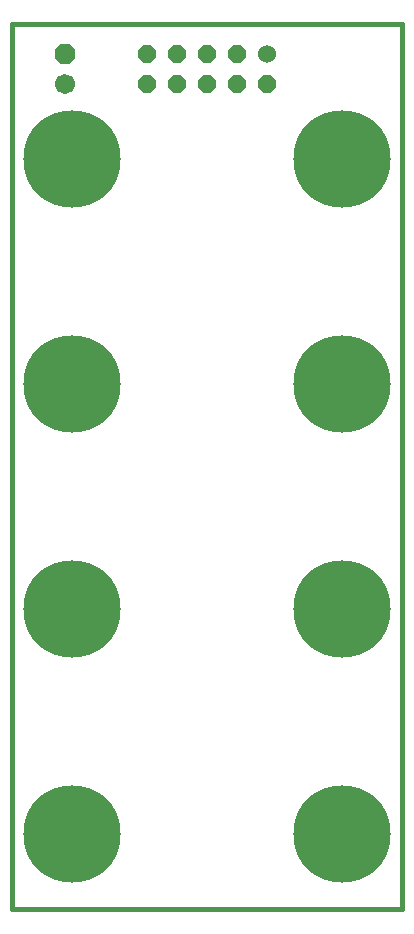
<source format=gbs>
G75*
G70*
%OFA0B0*%
%FSLAX24Y24*%
%IPPOS*%
%LPD*%
%AMOC8*
5,1,8,0,0,1.08239X$1,22.5*
%
%ADD10C,0.0160*%
%ADD11C,0.3240*%
%ADD12C,0.0600*%
%ADD13OC8,0.0600*%
%ADD14OC8,0.0670*%
%ADD15C,0.0670*%
D10*
X000242Y000181D02*
X013242Y000181D01*
X013242Y029681D01*
X000242Y029681D01*
X000242Y000181D01*
D11*
X002242Y002681D03*
X002242Y010181D03*
X002242Y017681D03*
X002242Y025181D03*
X011242Y025181D03*
X011242Y017681D03*
X011242Y010181D03*
X011242Y002681D03*
D12*
X008742Y028681D03*
D13*
X008742Y027681D03*
X007742Y027681D03*
X007742Y028681D03*
X006742Y028681D03*
X006742Y027681D03*
X005742Y027681D03*
X005742Y028681D03*
X004742Y028681D03*
X004742Y027681D03*
D14*
X001992Y028681D03*
D15*
X001992Y027681D03*
M02*

</source>
